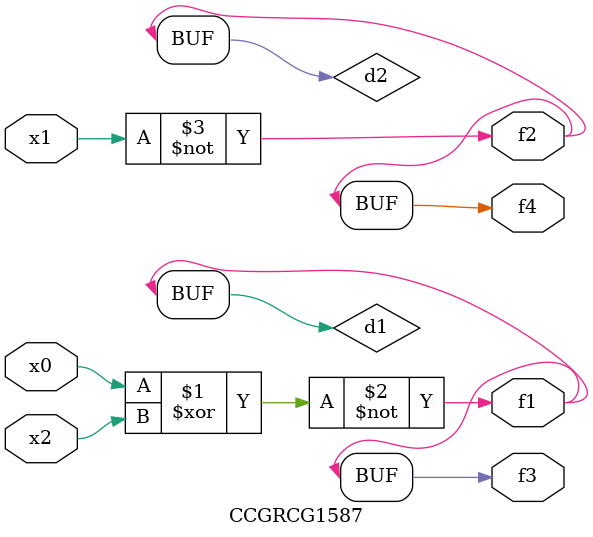
<source format=v>
module CCGRCG1587(
	input x0, x1, x2,
	output f1, f2, f3, f4
);

	wire d1, d2, d3;

	xnor (d1, x0, x2);
	nand (d2, x1);
	nor (d3, x1, x2);
	assign f1 = d1;
	assign f2 = d2;
	assign f3 = d1;
	assign f4 = d2;
endmodule

</source>
